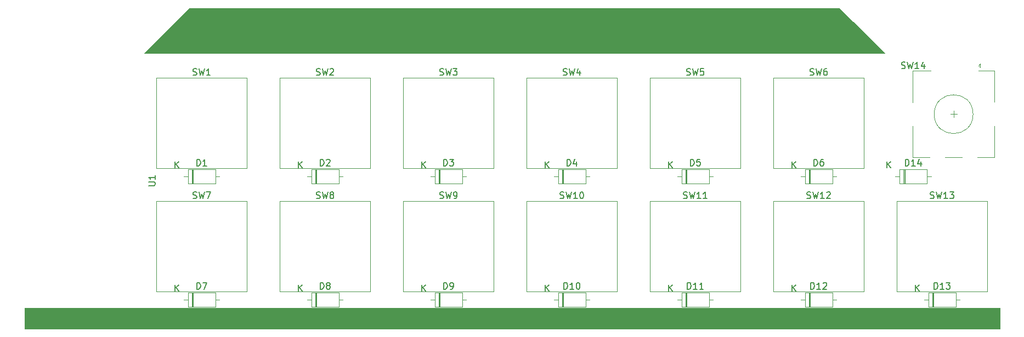
<source format=gbr>
%TF.GenerationSoftware,KiCad,Pcbnew,(5.1.10)-1*%
%TF.CreationDate,2021-10-02T19:41:36+02:00*%
%TF.ProjectId,KiCadPCB,4b694361-6450-4434-922e-6b696361645f,rev?*%
%TF.SameCoordinates,Original*%
%TF.FileFunction,Legend,Top*%
%TF.FilePolarity,Positive*%
%FSLAX46Y46*%
G04 Gerber Fmt 4.6, Leading zero omitted, Abs format (unit mm)*
G04 Created by KiCad (PCBNEW (5.1.10)-1) date 2021-10-02 19:41:36*
%MOMM*%
%LPD*%
G01*
G04 APERTURE LIST*
%ADD10C,0.100000*%
%ADD11C,0.120000*%
%ADD12C,0.150000*%
G04 APERTURE END LIST*
D10*
G36*
X210820000Y-31115000D02*
G01*
X96520000Y-31115000D01*
X103505000Y-24130000D01*
X203835000Y-24130000D01*
X210820000Y-31115000D01*
G37*
X210820000Y-31115000D02*
X96520000Y-31115000D01*
X103505000Y-24130000D01*
X203835000Y-24130000D01*
X210820000Y-31115000D01*
G36*
X228600000Y-73660000D02*
G01*
X78105000Y-73660000D01*
X78105000Y-70485000D01*
X228600000Y-70485000D01*
X228600000Y-73660000D01*
G37*
X228600000Y-73660000D02*
X78105000Y-73660000D01*
X78105000Y-70485000D01*
X228600000Y-70485000D01*
X228600000Y-73660000D01*
D11*
%TO.C,D14*%
X213145000Y-49045000D02*
X213145000Y-51285000D01*
X213145000Y-51285000D02*
X217385000Y-51285000D01*
X217385000Y-51285000D02*
X217385000Y-49045000D01*
X217385000Y-49045000D02*
X213145000Y-49045000D01*
X212495000Y-50165000D02*
X213145000Y-50165000D01*
X218035000Y-50165000D02*
X217385000Y-50165000D01*
X213865000Y-49045000D02*
X213865000Y-51285000D01*
X213985000Y-49045000D02*
X213985000Y-51285000D01*
X213745000Y-49045000D02*
X213745000Y-51285000D01*
%TO.C,D13*%
X217590000Y-68095000D02*
X217590000Y-70335000D01*
X217590000Y-70335000D02*
X221830000Y-70335000D01*
X221830000Y-70335000D02*
X221830000Y-68095000D01*
X221830000Y-68095000D02*
X217590000Y-68095000D01*
X216940000Y-69215000D02*
X217590000Y-69215000D01*
X222480000Y-69215000D02*
X221830000Y-69215000D01*
X218310000Y-68095000D02*
X218310000Y-70335000D01*
X218430000Y-68095000D02*
X218430000Y-70335000D01*
X218190000Y-68095000D02*
X218190000Y-70335000D01*
%TO.C,D12*%
X198540000Y-68095000D02*
X198540000Y-70335000D01*
X198540000Y-70335000D02*
X202780000Y-70335000D01*
X202780000Y-70335000D02*
X202780000Y-68095000D01*
X202780000Y-68095000D02*
X198540000Y-68095000D01*
X197890000Y-69215000D02*
X198540000Y-69215000D01*
X203430000Y-69215000D02*
X202780000Y-69215000D01*
X199260000Y-68095000D02*
X199260000Y-70335000D01*
X199380000Y-68095000D02*
X199380000Y-70335000D01*
X199140000Y-68095000D02*
X199140000Y-70335000D01*
%TO.C,D11*%
X179490000Y-68095000D02*
X179490000Y-70335000D01*
X179490000Y-70335000D02*
X183730000Y-70335000D01*
X183730000Y-70335000D02*
X183730000Y-68095000D01*
X183730000Y-68095000D02*
X179490000Y-68095000D01*
X178840000Y-69215000D02*
X179490000Y-69215000D01*
X184380000Y-69215000D02*
X183730000Y-69215000D01*
X180210000Y-68095000D02*
X180210000Y-70335000D01*
X180330000Y-68095000D02*
X180330000Y-70335000D01*
X180090000Y-68095000D02*
X180090000Y-70335000D01*
%TO.C,D10*%
X160440000Y-68095000D02*
X160440000Y-70335000D01*
X160440000Y-70335000D02*
X164680000Y-70335000D01*
X164680000Y-70335000D02*
X164680000Y-68095000D01*
X164680000Y-68095000D02*
X160440000Y-68095000D01*
X159790000Y-69215000D02*
X160440000Y-69215000D01*
X165330000Y-69215000D02*
X164680000Y-69215000D01*
X161160000Y-68095000D02*
X161160000Y-70335000D01*
X161280000Y-68095000D02*
X161280000Y-70335000D01*
X161040000Y-68095000D02*
X161040000Y-70335000D01*
%TO.C,D9*%
X141390000Y-68095000D02*
X141390000Y-70335000D01*
X141390000Y-70335000D02*
X145630000Y-70335000D01*
X145630000Y-70335000D02*
X145630000Y-68095000D01*
X145630000Y-68095000D02*
X141390000Y-68095000D01*
X140740000Y-69215000D02*
X141390000Y-69215000D01*
X146280000Y-69215000D02*
X145630000Y-69215000D01*
X142110000Y-68095000D02*
X142110000Y-70335000D01*
X142230000Y-68095000D02*
X142230000Y-70335000D01*
X141990000Y-68095000D02*
X141990000Y-70335000D01*
%TO.C,D8*%
X122340000Y-68095000D02*
X122340000Y-70335000D01*
X122340000Y-70335000D02*
X126580000Y-70335000D01*
X126580000Y-70335000D02*
X126580000Y-68095000D01*
X126580000Y-68095000D02*
X122340000Y-68095000D01*
X121690000Y-69215000D02*
X122340000Y-69215000D01*
X127230000Y-69215000D02*
X126580000Y-69215000D01*
X123060000Y-68095000D02*
X123060000Y-70335000D01*
X123180000Y-68095000D02*
X123180000Y-70335000D01*
X122940000Y-68095000D02*
X122940000Y-70335000D01*
%TO.C,D7*%
X103290000Y-68095000D02*
X103290000Y-70335000D01*
X103290000Y-70335000D02*
X107530000Y-70335000D01*
X107530000Y-70335000D02*
X107530000Y-68095000D01*
X107530000Y-68095000D02*
X103290000Y-68095000D01*
X102640000Y-69215000D02*
X103290000Y-69215000D01*
X108180000Y-69215000D02*
X107530000Y-69215000D01*
X104010000Y-68095000D02*
X104010000Y-70335000D01*
X104130000Y-68095000D02*
X104130000Y-70335000D01*
X103890000Y-68095000D02*
X103890000Y-70335000D01*
%TO.C,D6*%
X198540000Y-49045000D02*
X198540000Y-51285000D01*
X198540000Y-51285000D02*
X202780000Y-51285000D01*
X202780000Y-51285000D02*
X202780000Y-49045000D01*
X202780000Y-49045000D02*
X198540000Y-49045000D01*
X197890000Y-50165000D02*
X198540000Y-50165000D01*
X203430000Y-50165000D02*
X202780000Y-50165000D01*
X199260000Y-49045000D02*
X199260000Y-51285000D01*
X199380000Y-49045000D02*
X199380000Y-51285000D01*
X199140000Y-49045000D02*
X199140000Y-51285000D01*
%TO.C,D5*%
X179490000Y-49045000D02*
X179490000Y-51285000D01*
X179490000Y-51285000D02*
X183730000Y-51285000D01*
X183730000Y-51285000D02*
X183730000Y-49045000D01*
X183730000Y-49045000D02*
X179490000Y-49045000D01*
X178840000Y-50165000D02*
X179490000Y-50165000D01*
X184380000Y-50165000D02*
X183730000Y-50165000D01*
X180210000Y-49045000D02*
X180210000Y-51285000D01*
X180330000Y-49045000D02*
X180330000Y-51285000D01*
X180090000Y-49045000D02*
X180090000Y-51285000D01*
%TO.C,D4*%
X160440000Y-49045000D02*
X160440000Y-51285000D01*
X160440000Y-51285000D02*
X164680000Y-51285000D01*
X164680000Y-51285000D02*
X164680000Y-49045000D01*
X164680000Y-49045000D02*
X160440000Y-49045000D01*
X159790000Y-50165000D02*
X160440000Y-50165000D01*
X165330000Y-50165000D02*
X164680000Y-50165000D01*
X161160000Y-49045000D02*
X161160000Y-51285000D01*
X161280000Y-49045000D02*
X161280000Y-51285000D01*
X161040000Y-49045000D02*
X161040000Y-51285000D01*
%TO.C,D3*%
X141390000Y-49045000D02*
X141390000Y-51285000D01*
X141390000Y-51285000D02*
X145630000Y-51285000D01*
X145630000Y-51285000D02*
X145630000Y-49045000D01*
X145630000Y-49045000D02*
X141390000Y-49045000D01*
X140740000Y-50165000D02*
X141390000Y-50165000D01*
X146280000Y-50165000D02*
X145630000Y-50165000D01*
X142110000Y-49045000D02*
X142110000Y-51285000D01*
X142230000Y-49045000D02*
X142230000Y-51285000D01*
X141990000Y-49045000D02*
X141990000Y-51285000D01*
%TO.C,D2*%
X122340000Y-49045000D02*
X122340000Y-51285000D01*
X122340000Y-51285000D02*
X126580000Y-51285000D01*
X126580000Y-51285000D02*
X126580000Y-49045000D01*
X126580000Y-49045000D02*
X122340000Y-49045000D01*
X121690000Y-50165000D02*
X122340000Y-50165000D01*
X127230000Y-50165000D02*
X126580000Y-50165000D01*
X123060000Y-49045000D02*
X123060000Y-51285000D01*
X123180000Y-49045000D02*
X123180000Y-51285000D01*
X122940000Y-49045000D02*
X122940000Y-51285000D01*
%TO.C,D1*%
X103290000Y-49045000D02*
X103290000Y-51285000D01*
X103290000Y-51285000D02*
X107530000Y-51285000D01*
X107530000Y-51285000D02*
X107530000Y-49045000D01*
X107530000Y-49045000D02*
X103290000Y-49045000D01*
X102640000Y-50165000D02*
X103290000Y-50165000D01*
X108180000Y-50165000D02*
X107530000Y-50165000D01*
X104010000Y-49045000D02*
X104010000Y-51285000D01*
X104130000Y-49045000D02*
X104130000Y-51285000D01*
X103890000Y-49045000D02*
X103890000Y-51285000D01*
%TO.C,SW13*%
X212725000Y-53975000D02*
X226695000Y-53975000D01*
X226695000Y-53975000D02*
X226695000Y-67945000D01*
X226695000Y-67945000D02*
X212725000Y-67945000D01*
X212725000Y-67945000D02*
X212725000Y-53975000D01*
%TO.C,SW12*%
X193675000Y-53975000D02*
X207645000Y-53975000D01*
X207645000Y-53975000D02*
X207645000Y-67945000D01*
X207645000Y-67945000D02*
X193675000Y-67945000D01*
X193675000Y-67945000D02*
X193675000Y-53975000D01*
%TO.C,SW11*%
X174625000Y-53975000D02*
X188595000Y-53975000D01*
X188595000Y-53975000D02*
X188595000Y-67945000D01*
X188595000Y-67945000D02*
X174625000Y-67945000D01*
X174625000Y-67945000D02*
X174625000Y-53975000D01*
%TO.C,SW10*%
X155575000Y-53975000D02*
X169545000Y-53975000D01*
X169545000Y-53975000D02*
X169545000Y-67945000D01*
X169545000Y-67945000D02*
X155575000Y-67945000D01*
X155575000Y-67945000D02*
X155575000Y-53975000D01*
%TO.C,SW9*%
X136525000Y-53975000D02*
X150495000Y-53975000D01*
X150495000Y-53975000D02*
X150495000Y-67945000D01*
X150495000Y-67945000D02*
X136525000Y-67945000D01*
X136525000Y-67945000D02*
X136525000Y-53975000D01*
%TO.C,SW8*%
X117475000Y-53975000D02*
X131445000Y-53975000D01*
X131445000Y-53975000D02*
X131445000Y-67945000D01*
X131445000Y-67945000D02*
X117475000Y-67945000D01*
X117475000Y-67945000D02*
X117475000Y-53975000D01*
%TO.C,SW7*%
X98425000Y-53975000D02*
X112395000Y-53975000D01*
X112395000Y-53975000D02*
X112395000Y-67945000D01*
X112395000Y-67945000D02*
X98425000Y-67945000D01*
X98425000Y-67945000D02*
X98425000Y-53975000D01*
%TO.C,SW6*%
X193675000Y-34925000D02*
X207645000Y-34925000D01*
X207645000Y-34925000D02*
X207645000Y-48895000D01*
X207645000Y-48895000D02*
X193675000Y-48895000D01*
X193675000Y-48895000D02*
X193675000Y-34925000D01*
%TO.C,SW5*%
X174625000Y-34925000D02*
X188595000Y-34925000D01*
X188595000Y-34925000D02*
X188595000Y-48895000D01*
X188595000Y-48895000D02*
X174625000Y-48895000D01*
X174625000Y-48895000D02*
X174625000Y-34925000D01*
%TO.C,SW4*%
X155575000Y-34925000D02*
X169545000Y-34925000D01*
X169545000Y-34925000D02*
X169545000Y-48895000D01*
X169545000Y-48895000D02*
X155575000Y-48895000D01*
X155575000Y-48895000D02*
X155575000Y-34925000D01*
%TO.C,SW3*%
X136525000Y-34925000D02*
X150495000Y-34925000D01*
X150495000Y-34925000D02*
X150495000Y-48895000D01*
X150495000Y-48895000D02*
X136525000Y-48895000D01*
X136525000Y-48895000D02*
X136525000Y-34925000D01*
%TO.C,SW2*%
X117475000Y-34925000D02*
X131445000Y-34925000D01*
X131445000Y-34925000D02*
X131445000Y-48895000D01*
X131445000Y-48895000D02*
X117475000Y-48895000D01*
X117475000Y-48895000D02*
X117475000Y-34925000D01*
%TO.C,SW1*%
X98425000Y-34925000D02*
X112395000Y-34925000D01*
X112395000Y-34925000D02*
X112395000Y-48895000D01*
X112395000Y-48895000D02*
X98425000Y-48895000D01*
X98425000Y-48895000D02*
X98425000Y-34925000D01*
%TO.C,SW14*%
X221500000Y-40020000D02*
X221500000Y-41020000D01*
X222000000Y-40520000D02*
X221000000Y-40520000D01*
X217800000Y-47220000D02*
X215200000Y-47220000D01*
X222800000Y-47220000D02*
X220200000Y-47220000D01*
X227800000Y-47220000D02*
X225200000Y-47220000D01*
X225600000Y-33320000D02*
X225300000Y-33020000D01*
X225600000Y-32720000D02*
X225600000Y-33320000D01*
X225300000Y-33020000D02*
X225600000Y-32720000D01*
X227800000Y-33820000D02*
X225300000Y-33820000D01*
X227800000Y-38620000D02*
X227800000Y-33820000D01*
X215200000Y-33820000D02*
X218000000Y-33820000D01*
X215200000Y-38720000D02*
X215200000Y-33820000D01*
X215200000Y-47220000D02*
X215200000Y-42320000D01*
X227800000Y-42320000D02*
X227800000Y-47220000D01*
X224500000Y-40520000D02*
G75*
G03*
X224500000Y-40520000I-3000000J0D01*
G01*
%TO.C,D14*%
D12*
X214050714Y-48497380D02*
X214050714Y-47497380D01*
X214288809Y-47497380D01*
X214431666Y-47545000D01*
X214526904Y-47640238D01*
X214574523Y-47735476D01*
X214622142Y-47925952D01*
X214622142Y-48068809D01*
X214574523Y-48259285D01*
X214526904Y-48354523D01*
X214431666Y-48449761D01*
X214288809Y-48497380D01*
X214050714Y-48497380D01*
X215574523Y-48497380D02*
X215003095Y-48497380D01*
X215288809Y-48497380D02*
X215288809Y-47497380D01*
X215193571Y-47640238D01*
X215098333Y-47735476D01*
X215003095Y-47783095D01*
X216431666Y-47830714D02*
X216431666Y-48497380D01*
X216193571Y-47449761D02*
X215955476Y-48164047D01*
X216574523Y-48164047D01*
X211193095Y-48817380D02*
X211193095Y-47817380D01*
X211764523Y-48817380D02*
X211335952Y-48245952D01*
X211764523Y-47817380D02*
X211193095Y-48388809D01*
%TO.C,D13*%
X218495714Y-67547380D02*
X218495714Y-66547380D01*
X218733809Y-66547380D01*
X218876666Y-66595000D01*
X218971904Y-66690238D01*
X219019523Y-66785476D01*
X219067142Y-66975952D01*
X219067142Y-67118809D01*
X219019523Y-67309285D01*
X218971904Y-67404523D01*
X218876666Y-67499761D01*
X218733809Y-67547380D01*
X218495714Y-67547380D01*
X220019523Y-67547380D02*
X219448095Y-67547380D01*
X219733809Y-67547380D02*
X219733809Y-66547380D01*
X219638571Y-66690238D01*
X219543333Y-66785476D01*
X219448095Y-66833095D01*
X220352857Y-66547380D02*
X220971904Y-66547380D01*
X220638571Y-66928333D01*
X220781428Y-66928333D01*
X220876666Y-66975952D01*
X220924285Y-67023571D01*
X220971904Y-67118809D01*
X220971904Y-67356904D01*
X220924285Y-67452142D01*
X220876666Y-67499761D01*
X220781428Y-67547380D01*
X220495714Y-67547380D01*
X220400476Y-67499761D01*
X220352857Y-67452142D01*
X215638095Y-67867380D02*
X215638095Y-66867380D01*
X216209523Y-67867380D02*
X215780952Y-67295952D01*
X216209523Y-66867380D02*
X215638095Y-67438809D01*
%TO.C,D12*%
X199445714Y-67547380D02*
X199445714Y-66547380D01*
X199683809Y-66547380D01*
X199826666Y-66595000D01*
X199921904Y-66690238D01*
X199969523Y-66785476D01*
X200017142Y-66975952D01*
X200017142Y-67118809D01*
X199969523Y-67309285D01*
X199921904Y-67404523D01*
X199826666Y-67499761D01*
X199683809Y-67547380D01*
X199445714Y-67547380D01*
X200969523Y-67547380D02*
X200398095Y-67547380D01*
X200683809Y-67547380D02*
X200683809Y-66547380D01*
X200588571Y-66690238D01*
X200493333Y-66785476D01*
X200398095Y-66833095D01*
X201350476Y-66642619D02*
X201398095Y-66595000D01*
X201493333Y-66547380D01*
X201731428Y-66547380D01*
X201826666Y-66595000D01*
X201874285Y-66642619D01*
X201921904Y-66737857D01*
X201921904Y-66833095D01*
X201874285Y-66975952D01*
X201302857Y-67547380D01*
X201921904Y-67547380D01*
X196588095Y-67867380D02*
X196588095Y-66867380D01*
X197159523Y-67867380D02*
X196730952Y-67295952D01*
X197159523Y-66867380D02*
X196588095Y-67438809D01*
%TO.C,D11*%
X180395714Y-67547380D02*
X180395714Y-66547380D01*
X180633809Y-66547380D01*
X180776666Y-66595000D01*
X180871904Y-66690238D01*
X180919523Y-66785476D01*
X180967142Y-66975952D01*
X180967142Y-67118809D01*
X180919523Y-67309285D01*
X180871904Y-67404523D01*
X180776666Y-67499761D01*
X180633809Y-67547380D01*
X180395714Y-67547380D01*
X181919523Y-67547380D02*
X181348095Y-67547380D01*
X181633809Y-67547380D02*
X181633809Y-66547380D01*
X181538571Y-66690238D01*
X181443333Y-66785476D01*
X181348095Y-66833095D01*
X182871904Y-67547380D02*
X182300476Y-67547380D01*
X182586190Y-67547380D02*
X182586190Y-66547380D01*
X182490952Y-66690238D01*
X182395714Y-66785476D01*
X182300476Y-66833095D01*
X177538095Y-67867380D02*
X177538095Y-66867380D01*
X178109523Y-67867380D02*
X177680952Y-67295952D01*
X178109523Y-66867380D02*
X177538095Y-67438809D01*
%TO.C,D10*%
X161345714Y-67547380D02*
X161345714Y-66547380D01*
X161583809Y-66547380D01*
X161726666Y-66595000D01*
X161821904Y-66690238D01*
X161869523Y-66785476D01*
X161917142Y-66975952D01*
X161917142Y-67118809D01*
X161869523Y-67309285D01*
X161821904Y-67404523D01*
X161726666Y-67499761D01*
X161583809Y-67547380D01*
X161345714Y-67547380D01*
X162869523Y-67547380D02*
X162298095Y-67547380D01*
X162583809Y-67547380D02*
X162583809Y-66547380D01*
X162488571Y-66690238D01*
X162393333Y-66785476D01*
X162298095Y-66833095D01*
X163488571Y-66547380D02*
X163583809Y-66547380D01*
X163679047Y-66595000D01*
X163726666Y-66642619D01*
X163774285Y-66737857D01*
X163821904Y-66928333D01*
X163821904Y-67166428D01*
X163774285Y-67356904D01*
X163726666Y-67452142D01*
X163679047Y-67499761D01*
X163583809Y-67547380D01*
X163488571Y-67547380D01*
X163393333Y-67499761D01*
X163345714Y-67452142D01*
X163298095Y-67356904D01*
X163250476Y-67166428D01*
X163250476Y-66928333D01*
X163298095Y-66737857D01*
X163345714Y-66642619D01*
X163393333Y-66595000D01*
X163488571Y-66547380D01*
X158488095Y-67867380D02*
X158488095Y-66867380D01*
X159059523Y-67867380D02*
X158630952Y-67295952D01*
X159059523Y-66867380D02*
X158488095Y-67438809D01*
%TO.C,D9*%
X142771904Y-67547380D02*
X142771904Y-66547380D01*
X143010000Y-66547380D01*
X143152857Y-66595000D01*
X143248095Y-66690238D01*
X143295714Y-66785476D01*
X143343333Y-66975952D01*
X143343333Y-67118809D01*
X143295714Y-67309285D01*
X143248095Y-67404523D01*
X143152857Y-67499761D01*
X143010000Y-67547380D01*
X142771904Y-67547380D01*
X143819523Y-67547380D02*
X144010000Y-67547380D01*
X144105238Y-67499761D01*
X144152857Y-67452142D01*
X144248095Y-67309285D01*
X144295714Y-67118809D01*
X144295714Y-66737857D01*
X144248095Y-66642619D01*
X144200476Y-66595000D01*
X144105238Y-66547380D01*
X143914761Y-66547380D01*
X143819523Y-66595000D01*
X143771904Y-66642619D01*
X143724285Y-66737857D01*
X143724285Y-66975952D01*
X143771904Y-67071190D01*
X143819523Y-67118809D01*
X143914761Y-67166428D01*
X144105238Y-67166428D01*
X144200476Y-67118809D01*
X144248095Y-67071190D01*
X144295714Y-66975952D01*
X139438095Y-67867380D02*
X139438095Y-66867380D01*
X140009523Y-67867380D02*
X139580952Y-67295952D01*
X140009523Y-66867380D02*
X139438095Y-67438809D01*
%TO.C,D8*%
X123721904Y-67547380D02*
X123721904Y-66547380D01*
X123960000Y-66547380D01*
X124102857Y-66595000D01*
X124198095Y-66690238D01*
X124245714Y-66785476D01*
X124293333Y-66975952D01*
X124293333Y-67118809D01*
X124245714Y-67309285D01*
X124198095Y-67404523D01*
X124102857Y-67499761D01*
X123960000Y-67547380D01*
X123721904Y-67547380D01*
X124864761Y-66975952D02*
X124769523Y-66928333D01*
X124721904Y-66880714D01*
X124674285Y-66785476D01*
X124674285Y-66737857D01*
X124721904Y-66642619D01*
X124769523Y-66595000D01*
X124864761Y-66547380D01*
X125055238Y-66547380D01*
X125150476Y-66595000D01*
X125198095Y-66642619D01*
X125245714Y-66737857D01*
X125245714Y-66785476D01*
X125198095Y-66880714D01*
X125150476Y-66928333D01*
X125055238Y-66975952D01*
X124864761Y-66975952D01*
X124769523Y-67023571D01*
X124721904Y-67071190D01*
X124674285Y-67166428D01*
X124674285Y-67356904D01*
X124721904Y-67452142D01*
X124769523Y-67499761D01*
X124864761Y-67547380D01*
X125055238Y-67547380D01*
X125150476Y-67499761D01*
X125198095Y-67452142D01*
X125245714Y-67356904D01*
X125245714Y-67166428D01*
X125198095Y-67071190D01*
X125150476Y-67023571D01*
X125055238Y-66975952D01*
X120388095Y-67867380D02*
X120388095Y-66867380D01*
X120959523Y-67867380D02*
X120530952Y-67295952D01*
X120959523Y-66867380D02*
X120388095Y-67438809D01*
%TO.C,D7*%
X104671904Y-67547380D02*
X104671904Y-66547380D01*
X104910000Y-66547380D01*
X105052857Y-66595000D01*
X105148095Y-66690238D01*
X105195714Y-66785476D01*
X105243333Y-66975952D01*
X105243333Y-67118809D01*
X105195714Y-67309285D01*
X105148095Y-67404523D01*
X105052857Y-67499761D01*
X104910000Y-67547380D01*
X104671904Y-67547380D01*
X105576666Y-66547380D02*
X106243333Y-66547380D01*
X105814761Y-67547380D01*
X101338095Y-67867380D02*
X101338095Y-66867380D01*
X101909523Y-67867380D02*
X101480952Y-67295952D01*
X101909523Y-66867380D02*
X101338095Y-67438809D01*
%TO.C,D6*%
X199921904Y-48497380D02*
X199921904Y-47497380D01*
X200160000Y-47497380D01*
X200302857Y-47545000D01*
X200398095Y-47640238D01*
X200445714Y-47735476D01*
X200493333Y-47925952D01*
X200493333Y-48068809D01*
X200445714Y-48259285D01*
X200398095Y-48354523D01*
X200302857Y-48449761D01*
X200160000Y-48497380D01*
X199921904Y-48497380D01*
X201350476Y-47497380D02*
X201160000Y-47497380D01*
X201064761Y-47545000D01*
X201017142Y-47592619D01*
X200921904Y-47735476D01*
X200874285Y-47925952D01*
X200874285Y-48306904D01*
X200921904Y-48402142D01*
X200969523Y-48449761D01*
X201064761Y-48497380D01*
X201255238Y-48497380D01*
X201350476Y-48449761D01*
X201398095Y-48402142D01*
X201445714Y-48306904D01*
X201445714Y-48068809D01*
X201398095Y-47973571D01*
X201350476Y-47925952D01*
X201255238Y-47878333D01*
X201064761Y-47878333D01*
X200969523Y-47925952D01*
X200921904Y-47973571D01*
X200874285Y-48068809D01*
X196588095Y-48817380D02*
X196588095Y-47817380D01*
X197159523Y-48817380D02*
X196730952Y-48245952D01*
X197159523Y-47817380D02*
X196588095Y-48388809D01*
%TO.C,D5*%
X180871904Y-48497380D02*
X180871904Y-47497380D01*
X181110000Y-47497380D01*
X181252857Y-47545000D01*
X181348095Y-47640238D01*
X181395714Y-47735476D01*
X181443333Y-47925952D01*
X181443333Y-48068809D01*
X181395714Y-48259285D01*
X181348095Y-48354523D01*
X181252857Y-48449761D01*
X181110000Y-48497380D01*
X180871904Y-48497380D01*
X182348095Y-47497380D02*
X181871904Y-47497380D01*
X181824285Y-47973571D01*
X181871904Y-47925952D01*
X181967142Y-47878333D01*
X182205238Y-47878333D01*
X182300476Y-47925952D01*
X182348095Y-47973571D01*
X182395714Y-48068809D01*
X182395714Y-48306904D01*
X182348095Y-48402142D01*
X182300476Y-48449761D01*
X182205238Y-48497380D01*
X181967142Y-48497380D01*
X181871904Y-48449761D01*
X181824285Y-48402142D01*
X177538095Y-48817380D02*
X177538095Y-47817380D01*
X178109523Y-48817380D02*
X177680952Y-48245952D01*
X178109523Y-47817380D02*
X177538095Y-48388809D01*
%TO.C,D4*%
X161821904Y-48497380D02*
X161821904Y-47497380D01*
X162060000Y-47497380D01*
X162202857Y-47545000D01*
X162298095Y-47640238D01*
X162345714Y-47735476D01*
X162393333Y-47925952D01*
X162393333Y-48068809D01*
X162345714Y-48259285D01*
X162298095Y-48354523D01*
X162202857Y-48449761D01*
X162060000Y-48497380D01*
X161821904Y-48497380D01*
X163250476Y-47830714D02*
X163250476Y-48497380D01*
X163012380Y-47449761D02*
X162774285Y-48164047D01*
X163393333Y-48164047D01*
X158488095Y-48817380D02*
X158488095Y-47817380D01*
X159059523Y-48817380D02*
X158630952Y-48245952D01*
X159059523Y-47817380D02*
X158488095Y-48388809D01*
%TO.C,D3*%
X142771904Y-48497380D02*
X142771904Y-47497380D01*
X143010000Y-47497380D01*
X143152857Y-47545000D01*
X143248095Y-47640238D01*
X143295714Y-47735476D01*
X143343333Y-47925952D01*
X143343333Y-48068809D01*
X143295714Y-48259285D01*
X143248095Y-48354523D01*
X143152857Y-48449761D01*
X143010000Y-48497380D01*
X142771904Y-48497380D01*
X143676666Y-47497380D02*
X144295714Y-47497380D01*
X143962380Y-47878333D01*
X144105238Y-47878333D01*
X144200476Y-47925952D01*
X144248095Y-47973571D01*
X144295714Y-48068809D01*
X144295714Y-48306904D01*
X144248095Y-48402142D01*
X144200476Y-48449761D01*
X144105238Y-48497380D01*
X143819523Y-48497380D01*
X143724285Y-48449761D01*
X143676666Y-48402142D01*
X139438095Y-48817380D02*
X139438095Y-47817380D01*
X140009523Y-48817380D02*
X139580952Y-48245952D01*
X140009523Y-47817380D02*
X139438095Y-48388809D01*
%TO.C,D2*%
X123721904Y-48497380D02*
X123721904Y-47497380D01*
X123960000Y-47497380D01*
X124102857Y-47545000D01*
X124198095Y-47640238D01*
X124245714Y-47735476D01*
X124293333Y-47925952D01*
X124293333Y-48068809D01*
X124245714Y-48259285D01*
X124198095Y-48354523D01*
X124102857Y-48449761D01*
X123960000Y-48497380D01*
X123721904Y-48497380D01*
X124674285Y-47592619D02*
X124721904Y-47545000D01*
X124817142Y-47497380D01*
X125055238Y-47497380D01*
X125150476Y-47545000D01*
X125198095Y-47592619D01*
X125245714Y-47687857D01*
X125245714Y-47783095D01*
X125198095Y-47925952D01*
X124626666Y-48497380D01*
X125245714Y-48497380D01*
X120388095Y-48817380D02*
X120388095Y-47817380D01*
X120959523Y-48817380D02*
X120530952Y-48245952D01*
X120959523Y-47817380D02*
X120388095Y-48388809D01*
%TO.C,D1*%
X104671904Y-48497380D02*
X104671904Y-47497380D01*
X104910000Y-47497380D01*
X105052857Y-47545000D01*
X105148095Y-47640238D01*
X105195714Y-47735476D01*
X105243333Y-47925952D01*
X105243333Y-48068809D01*
X105195714Y-48259285D01*
X105148095Y-48354523D01*
X105052857Y-48449761D01*
X104910000Y-48497380D01*
X104671904Y-48497380D01*
X106195714Y-48497380D02*
X105624285Y-48497380D01*
X105910000Y-48497380D02*
X105910000Y-47497380D01*
X105814761Y-47640238D01*
X105719523Y-47735476D01*
X105624285Y-47783095D01*
X101338095Y-48817380D02*
X101338095Y-47817380D01*
X101909523Y-48817380D02*
X101480952Y-48245952D01*
X101909523Y-47817380D02*
X101338095Y-48388809D01*
%TO.C,SW13*%
X217900476Y-53490761D02*
X218043333Y-53538380D01*
X218281428Y-53538380D01*
X218376666Y-53490761D01*
X218424285Y-53443142D01*
X218471904Y-53347904D01*
X218471904Y-53252666D01*
X218424285Y-53157428D01*
X218376666Y-53109809D01*
X218281428Y-53062190D01*
X218090952Y-53014571D01*
X217995714Y-52966952D01*
X217948095Y-52919333D01*
X217900476Y-52824095D01*
X217900476Y-52728857D01*
X217948095Y-52633619D01*
X217995714Y-52586000D01*
X218090952Y-52538380D01*
X218329047Y-52538380D01*
X218471904Y-52586000D01*
X218805238Y-52538380D02*
X219043333Y-53538380D01*
X219233809Y-52824095D01*
X219424285Y-53538380D01*
X219662380Y-52538380D01*
X220567142Y-53538380D02*
X219995714Y-53538380D01*
X220281428Y-53538380D02*
X220281428Y-52538380D01*
X220186190Y-52681238D01*
X220090952Y-52776476D01*
X219995714Y-52824095D01*
X220900476Y-52538380D02*
X221519523Y-52538380D01*
X221186190Y-52919333D01*
X221329047Y-52919333D01*
X221424285Y-52966952D01*
X221471904Y-53014571D01*
X221519523Y-53109809D01*
X221519523Y-53347904D01*
X221471904Y-53443142D01*
X221424285Y-53490761D01*
X221329047Y-53538380D01*
X221043333Y-53538380D01*
X220948095Y-53490761D01*
X220900476Y-53443142D01*
%TO.C,SW12*%
X198850476Y-53490761D02*
X198993333Y-53538380D01*
X199231428Y-53538380D01*
X199326666Y-53490761D01*
X199374285Y-53443142D01*
X199421904Y-53347904D01*
X199421904Y-53252666D01*
X199374285Y-53157428D01*
X199326666Y-53109809D01*
X199231428Y-53062190D01*
X199040952Y-53014571D01*
X198945714Y-52966952D01*
X198898095Y-52919333D01*
X198850476Y-52824095D01*
X198850476Y-52728857D01*
X198898095Y-52633619D01*
X198945714Y-52586000D01*
X199040952Y-52538380D01*
X199279047Y-52538380D01*
X199421904Y-52586000D01*
X199755238Y-52538380D02*
X199993333Y-53538380D01*
X200183809Y-52824095D01*
X200374285Y-53538380D01*
X200612380Y-52538380D01*
X201517142Y-53538380D02*
X200945714Y-53538380D01*
X201231428Y-53538380D02*
X201231428Y-52538380D01*
X201136190Y-52681238D01*
X201040952Y-52776476D01*
X200945714Y-52824095D01*
X201898095Y-52633619D02*
X201945714Y-52586000D01*
X202040952Y-52538380D01*
X202279047Y-52538380D01*
X202374285Y-52586000D01*
X202421904Y-52633619D01*
X202469523Y-52728857D01*
X202469523Y-52824095D01*
X202421904Y-52966952D01*
X201850476Y-53538380D01*
X202469523Y-53538380D01*
%TO.C,SW11*%
X179800476Y-53490761D02*
X179943333Y-53538380D01*
X180181428Y-53538380D01*
X180276666Y-53490761D01*
X180324285Y-53443142D01*
X180371904Y-53347904D01*
X180371904Y-53252666D01*
X180324285Y-53157428D01*
X180276666Y-53109809D01*
X180181428Y-53062190D01*
X179990952Y-53014571D01*
X179895714Y-52966952D01*
X179848095Y-52919333D01*
X179800476Y-52824095D01*
X179800476Y-52728857D01*
X179848095Y-52633619D01*
X179895714Y-52586000D01*
X179990952Y-52538380D01*
X180229047Y-52538380D01*
X180371904Y-52586000D01*
X180705238Y-52538380D02*
X180943333Y-53538380D01*
X181133809Y-52824095D01*
X181324285Y-53538380D01*
X181562380Y-52538380D01*
X182467142Y-53538380D02*
X181895714Y-53538380D01*
X182181428Y-53538380D02*
X182181428Y-52538380D01*
X182086190Y-52681238D01*
X181990952Y-52776476D01*
X181895714Y-52824095D01*
X183419523Y-53538380D02*
X182848095Y-53538380D01*
X183133809Y-53538380D02*
X183133809Y-52538380D01*
X183038571Y-52681238D01*
X182943333Y-52776476D01*
X182848095Y-52824095D01*
%TO.C,SW10*%
X160750476Y-53490761D02*
X160893333Y-53538380D01*
X161131428Y-53538380D01*
X161226666Y-53490761D01*
X161274285Y-53443142D01*
X161321904Y-53347904D01*
X161321904Y-53252666D01*
X161274285Y-53157428D01*
X161226666Y-53109809D01*
X161131428Y-53062190D01*
X160940952Y-53014571D01*
X160845714Y-52966952D01*
X160798095Y-52919333D01*
X160750476Y-52824095D01*
X160750476Y-52728857D01*
X160798095Y-52633619D01*
X160845714Y-52586000D01*
X160940952Y-52538380D01*
X161179047Y-52538380D01*
X161321904Y-52586000D01*
X161655238Y-52538380D02*
X161893333Y-53538380D01*
X162083809Y-52824095D01*
X162274285Y-53538380D01*
X162512380Y-52538380D01*
X163417142Y-53538380D02*
X162845714Y-53538380D01*
X163131428Y-53538380D02*
X163131428Y-52538380D01*
X163036190Y-52681238D01*
X162940952Y-52776476D01*
X162845714Y-52824095D01*
X164036190Y-52538380D02*
X164131428Y-52538380D01*
X164226666Y-52586000D01*
X164274285Y-52633619D01*
X164321904Y-52728857D01*
X164369523Y-52919333D01*
X164369523Y-53157428D01*
X164321904Y-53347904D01*
X164274285Y-53443142D01*
X164226666Y-53490761D01*
X164131428Y-53538380D01*
X164036190Y-53538380D01*
X163940952Y-53490761D01*
X163893333Y-53443142D01*
X163845714Y-53347904D01*
X163798095Y-53157428D01*
X163798095Y-52919333D01*
X163845714Y-52728857D01*
X163893333Y-52633619D01*
X163940952Y-52586000D01*
X164036190Y-52538380D01*
%TO.C,SW9*%
X142176666Y-53490761D02*
X142319523Y-53538380D01*
X142557619Y-53538380D01*
X142652857Y-53490761D01*
X142700476Y-53443142D01*
X142748095Y-53347904D01*
X142748095Y-53252666D01*
X142700476Y-53157428D01*
X142652857Y-53109809D01*
X142557619Y-53062190D01*
X142367142Y-53014571D01*
X142271904Y-52966952D01*
X142224285Y-52919333D01*
X142176666Y-52824095D01*
X142176666Y-52728857D01*
X142224285Y-52633619D01*
X142271904Y-52586000D01*
X142367142Y-52538380D01*
X142605238Y-52538380D01*
X142748095Y-52586000D01*
X143081428Y-52538380D02*
X143319523Y-53538380D01*
X143510000Y-52824095D01*
X143700476Y-53538380D01*
X143938571Y-52538380D01*
X144367142Y-53538380D02*
X144557619Y-53538380D01*
X144652857Y-53490761D01*
X144700476Y-53443142D01*
X144795714Y-53300285D01*
X144843333Y-53109809D01*
X144843333Y-52728857D01*
X144795714Y-52633619D01*
X144748095Y-52586000D01*
X144652857Y-52538380D01*
X144462380Y-52538380D01*
X144367142Y-52586000D01*
X144319523Y-52633619D01*
X144271904Y-52728857D01*
X144271904Y-52966952D01*
X144319523Y-53062190D01*
X144367142Y-53109809D01*
X144462380Y-53157428D01*
X144652857Y-53157428D01*
X144748095Y-53109809D01*
X144795714Y-53062190D01*
X144843333Y-52966952D01*
%TO.C,SW8*%
X123126666Y-53490761D02*
X123269523Y-53538380D01*
X123507619Y-53538380D01*
X123602857Y-53490761D01*
X123650476Y-53443142D01*
X123698095Y-53347904D01*
X123698095Y-53252666D01*
X123650476Y-53157428D01*
X123602857Y-53109809D01*
X123507619Y-53062190D01*
X123317142Y-53014571D01*
X123221904Y-52966952D01*
X123174285Y-52919333D01*
X123126666Y-52824095D01*
X123126666Y-52728857D01*
X123174285Y-52633619D01*
X123221904Y-52586000D01*
X123317142Y-52538380D01*
X123555238Y-52538380D01*
X123698095Y-52586000D01*
X124031428Y-52538380D02*
X124269523Y-53538380D01*
X124460000Y-52824095D01*
X124650476Y-53538380D01*
X124888571Y-52538380D01*
X125412380Y-52966952D02*
X125317142Y-52919333D01*
X125269523Y-52871714D01*
X125221904Y-52776476D01*
X125221904Y-52728857D01*
X125269523Y-52633619D01*
X125317142Y-52586000D01*
X125412380Y-52538380D01*
X125602857Y-52538380D01*
X125698095Y-52586000D01*
X125745714Y-52633619D01*
X125793333Y-52728857D01*
X125793333Y-52776476D01*
X125745714Y-52871714D01*
X125698095Y-52919333D01*
X125602857Y-52966952D01*
X125412380Y-52966952D01*
X125317142Y-53014571D01*
X125269523Y-53062190D01*
X125221904Y-53157428D01*
X125221904Y-53347904D01*
X125269523Y-53443142D01*
X125317142Y-53490761D01*
X125412380Y-53538380D01*
X125602857Y-53538380D01*
X125698095Y-53490761D01*
X125745714Y-53443142D01*
X125793333Y-53347904D01*
X125793333Y-53157428D01*
X125745714Y-53062190D01*
X125698095Y-53014571D01*
X125602857Y-52966952D01*
%TO.C,SW7*%
X104076666Y-53490761D02*
X104219523Y-53538380D01*
X104457619Y-53538380D01*
X104552857Y-53490761D01*
X104600476Y-53443142D01*
X104648095Y-53347904D01*
X104648095Y-53252666D01*
X104600476Y-53157428D01*
X104552857Y-53109809D01*
X104457619Y-53062190D01*
X104267142Y-53014571D01*
X104171904Y-52966952D01*
X104124285Y-52919333D01*
X104076666Y-52824095D01*
X104076666Y-52728857D01*
X104124285Y-52633619D01*
X104171904Y-52586000D01*
X104267142Y-52538380D01*
X104505238Y-52538380D01*
X104648095Y-52586000D01*
X104981428Y-52538380D02*
X105219523Y-53538380D01*
X105410000Y-52824095D01*
X105600476Y-53538380D01*
X105838571Y-52538380D01*
X106124285Y-52538380D02*
X106790952Y-52538380D01*
X106362380Y-53538380D01*
%TO.C,SW6*%
X199326666Y-34440761D02*
X199469523Y-34488380D01*
X199707619Y-34488380D01*
X199802857Y-34440761D01*
X199850476Y-34393142D01*
X199898095Y-34297904D01*
X199898095Y-34202666D01*
X199850476Y-34107428D01*
X199802857Y-34059809D01*
X199707619Y-34012190D01*
X199517142Y-33964571D01*
X199421904Y-33916952D01*
X199374285Y-33869333D01*
X199326666Y-33774095D01*
X199326666Y-33678857D01*
X199374285Y-33583619D01*
X199421904Y-33536000D01*
X199517142Y-33488380D01*
X199755238Y-33488380D01*
X199898095Y-33536000D01*
X200231428Y-33488380D02*
X200469523Y-34488380D01*
X200660000Y-33774095D01*
X200850476Y-34488380D01*
X201088571Y-33488380D01*
X201898095Y-33488380D02*
X201707619Y-33488380D01*
X201612380Y-33536000D01*
X201564761Y-33583619D01*
X201469523Y-33726476D01*
X201421904Y-33916952D01*
X201421904Y-34297904D01*
X201469523Y-34393142D01*
X201517142Y-34440761D01*
X201612380Y-34488380D01*
X201802857Y-34488380D01*
X201898095Y-34440761D01*
X201945714Y-34393142D01*
X201993333Y-34297904D01*
X201993333Y-34059809D01*
X201945714Y-33964571D01*
X201898095Y-33916952D01*
X201802857Y-33869333D01*
X201612380Y-33869333D01*
X201517142Y-33916952D01*
X201469523Y-33964571D01*
X201421904Y-34059809D01*
%TO.C,SW5*%
X180276666Y-34440761D02*
X180419523Y-34488380D01*
X180657619Y-34488380D01*
X180752857Y-34440761D01*
X180800476Y-34393142D01*
X180848095Y-34297904D01*
X180848095Y-34202666D01*
X180800476Y-34107428D01*
X180752857Y-34059809D01*
X180657619Y-34012190D01*
X180467142Y-33964571D01*
X180371904Y-33916952D01*
X180324285Y-33869333D01*
X180276666Y-33774095D01*
X180276666Y-33678857D01*
X180324285Y-33583619D01*
X180371904Y-33536000D01*
X180467142Y-33488380D01*
X180705238Y-33488380D01*
X180848095Y-33536000D01*
X181181428Y-33488380D02*
X181419523Y-34488380D01*
X181610000Y-33774095D01*
X181800476Y-34488380D01*
X182038571Y-33488380D01*
X182895714Y-33488380D02*
X182419523Y-33488380D01*
X182371904Y-33964571D01*
X182419523Y-33916952D01*
X182514761Y-33869333D01*
X182752857Y-33869333D01*
X182848095Y-33916952D01*
X182895714Y-33964571D01*
X182943333Y-34059809D01*
X182943333Y-34297904D01*
X182895714Y-34393142D01*
X182848095Y-34440761D01*
X182752857Y-34488380D01*
X182514761Y-34488380D01*
X182419523Y-34440761D01*
X182371904Y-34393142D01*
%TO.C,SW4*%
X161226666Y-34440761D02*
X161369523Y-34488380D01*
X161607619Y-34488380D01*
X161702857Y-34440761D01*
X161750476Y-34393142D01*
X161798095Y-34297904D01*
X161798095Y-34202666D01*
X161750476Y-34107428D01*
X161702857Y-34059809D01*
X161607619Y-34012190D01*
X161417142Y-33964571D01*
X161321904Y-33916952D01*
X161274285Y-33869333D01*
X161226666Y-33774095D01*
X161226666Y-33678857D01*
X161274285Y-33583619D01*
X161321904Y-33536000D01*
X161417142Y-33488380D01*
X161655238Y-33488380D01*
X161798095Y-33536000D01*
X162131428Y-33488380D02*
X162369523Y-34488380D01*
X162560000Y-33774095D01*
X162750476Y-34488380D01*
X162988571Y-33488380D01*
X163798095Y-33821714D02*
X163798095Y-34488380D01*
X163560000Y-33440761D02*
X163321904Y-34155047D01*
X163940952Y-34155047D01*
%TO.C,SW3*%
X142176666Y-34440761D02*
X142319523Y-34488380D01*
X142557619Y-34488380D01*
X142652857Y-34440761D01*
X142700476Y-34393142D01*
X142748095Y-34297904D01*
X142748095Y-34202666D01*
X142700476Y-34107428D01*
X142652857Y-34059809D01*
X142557619Y-34012190D01*
X142367142Y-33964571D01*
X142271904Y-33916952D01*
X142224285Y-33869333D01*
X142176666Y-33774095D01*
X142176666Y-33678857D01*
X142224285Y-33583619D01*
X142271904Y-33536000D01*
X142367142Y-33488380D01*
X142605238Y-33488380D01*
X142748095Y-33536000D01*
X143081428Y-33488380D02*
X143319523Y-34488380D01*
X143510000Y-33774095D01*
X143700476Y-34488380D01*
X143938571Y-33488380D01*
X144224285Y-33488380D02*
X144843333Y-33488380D01*
X144510000Y-33869333D01*
X144652857Y-33869333D01*
X144748095Y-33916952D01*
X144795714Y-33964571D01*
X144843333Y-34059809D01*
X144843333Y-34297904D01*
X144795714Y-34393142D01*
X144748095Y-34440761D01*
X144652857Y-34488380D01*
X144367142Y-34488380D01*
X144271904Y-34440761D01*
X144224285Y-34393142D01*
%TO.C,SW2*%
X123126666Y-34440761D02*
X123269523Y-34488380D01*
X123507619Y-34488380D01*
X123602857Y-34440761D01*
X123650476Y-34393142D01*
X123698095Y-34297904D01*
X123698095Y-34202666D01*
X123650476Y-34107428D01*
X123602857Y-34059809D01*
X123507619Y-34012190D01*
X123317142Y-33964571D01*
X123221904Y-33916952D01*
X123174285Y-33869333D01*
X123126666Y-33774095D01*
X123126666Y-33678857D01*
X123174285Y-33583619D01*
X123221904Y-33536000D01*
X123317142Y-33488380D01*
X123555238Y-33488380D01*
X123698095Y-33536000D01*
X124031428Y-33488380D02*
X124269523Y-34488380D01*
X124460000Y-33774095D01*
X124650476Y-34488380D01*
X124888571Y-33488380D01*
X125221904Y-33583619D02*
X125269523Y-33536000D01*
X125364761Y-33488380D01*
X125602857Y-33488380D01*
X125698095Y-33536000D01*
X125745714Y-33583619D01*
X125793333Y-33678857D01*
X125793333Y-33774095D01*
X125745714Y-33916952D01*
X125174285Y-34488380D01*
X125793333Y-34488380D01*
%TO.C,SW1*%
X104076666Y-34440761D02*
X104219523Y-34488380D01*
X104457619Y-34488380D01*
X104552857Y-34440761D01*
X104600476Y-34393142D01*
X104648095Y-34297904D01*
X104648095Y-34202666D01*
X104600476Y-34107428D01*
X104552857Y-34059809D01*
X104457619Y-34012190D01*
X104267142Y-33964571D01*
X104171904Y-33916952D01*
X104124285Y-33869333D01*
X104076666Y-33774095D01*
X104076666Y-33678857D01*
X104124285Y-33583619D01*
X104171904Y-33536000D01*
X104267142Y-33488380D01*
X104505238Y-33488380D01*
X104648095Y-33536000D01*
X104981428Y-33488380D02*
X105219523Y-34488380D01*
X105410000Y-33774095D01*
X105600476Y-34488380D01*
X105838571Y-33488380D01*
X106743333Y-34488380D02*
X106171904Y-34488380D01*
X106457619Y-34488380D02*
X106457619Y-33488380D01*
X106362380Y-33631238D01*
X106267142Y-33726476D01*
X106171904Y-33774095D01*
%TO.C,U1*%
X97242380Y-51561904D02*
X98051904Y-51561904D01*
X98147142Y-51514285D01*
X98194761Y-51466666D01*
X98242380Y-51371428D01*
X98242380Y-51180952D01*
X98194761Y-51085714D01*
X98147142Y-51038095D01*
X98051904Y-50990476D01*
X97242380Y-50990476D01*
X98242380Y-49990476D02*
X98242380Y-50561904D01*
X98242380Y-50276190D02*
X97242380Y-50276190D01*
X97385238Y-50371428D01*
X97480476Y-50466666D01*
X97528095Y-50561904D01*
%TO.C,SW14*%
X213455476Y-33424761D02*
X213598333Y-33472380D01*
X213836428Y-33472380D01*
X213931666Y-33424761D01*
X213979285Y-33377142D01*
X214026904Y-33281904D01*
X214026904Y-33186666D01*
X213979285Y-33091428D01*
X213931666Y-33043809D01*
X213836428Y-32996190D01*
X213645952Y-32948571D01*
X213550714Y-32900952D01*
X213503095Y-32853333D01*
X213455476Y-32758095D01*
X213455476Y-32662857D01*
X213503095Y-32567619D01*
X213550714Y-32520000D01*
X213645952Y-32472380D01*
X213884047Y-32472380D01*
X214026904Y-32520000D01*
X214360238Y-32472380D02*
X214598333Y-33472380D01*
X214788809Y-32758095D01*
X214979285Y-33472380D01*
X215217380Y-32472380D01*
X216122142Y-33472380D02*
X215550714Y-33472380D01*
X215836428Y-33472380D02*
X215836428Y-32472380D01*
X215741190Y-32615238D01*
X215645952Y-32710476D01*
X215550714Y-32758095D01*
X216979285Y-32805714D02*
X216979285Y-33472380D01*
X216741190Y-32424761D02*
X216503095Y-33139047D01*
X217122142Y-33139047D01*
%TD*%
M02*

</source>
